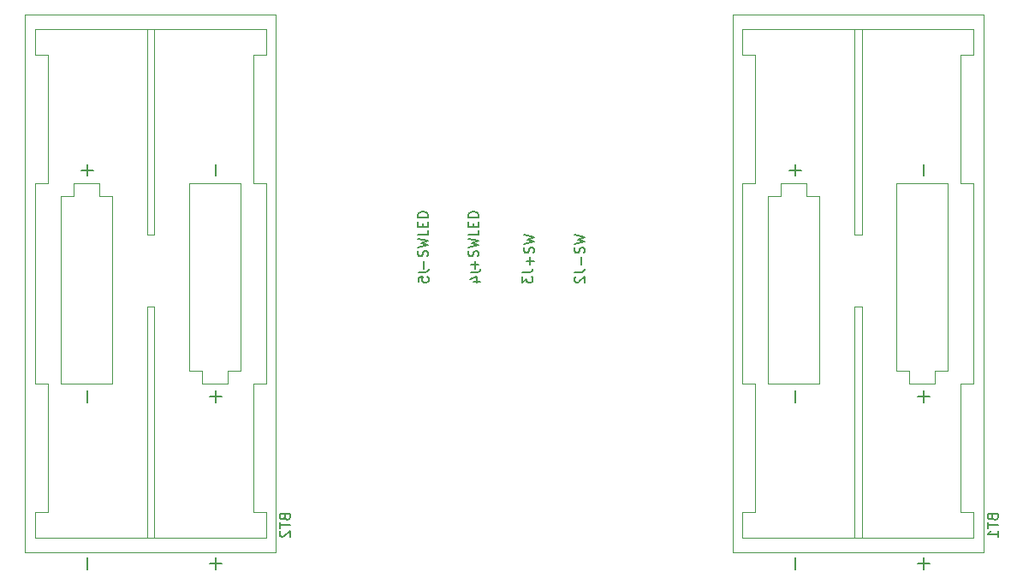
<source format=gbo>
%TF.GenerationSoftware,KiCad,Pcbnew,8.0.4*%
%TF.CreationDate,2024-09-15T11:27:26+10:00*%
%TF.ProjectId,SBRcontroller,53425263-6f6e-4747-926f-6c6c65722e6b,rev?*%
%TF.SameCoordinates,PX3d09000PY568bc30*%
%TF.FileFunction,Legend,Bot*%
%TF.FilePolarity,Positive*%
%FSLAX46Y46*%
G04 Gerber Fmt 4.6, Leading zero omitted, Abs format (unit mm)*
G04 Created by KiCad (PCBNEW 8.0.4) date 2024-09-15 11:27:26*
%MOMM*%
%LPD*%
G01*
G04 APERTURE LIST*
%ADD10C,0.150000*%
%ADD11C,0.120000*%
G04 APERTURE END LIST*
D10*
X33073866Y-9535713D02*
X33073866Y-8773809D01*
X33454819Y-9154761D02*
X32692914Y-9154761D01*
X33407200Y-8345237D02*
X33454819Y-8202380D01*
X33454819Y-8202380D02*
X33454819Y-7964285D01*
X33454819Y-7964285D02*
X33407200Y-7869047D01*
X33407200Y-7869047D02*
X33359580Y-7821428D01*
X33359580Y-7821428D02*
X33264342Y-7773809D01*
X33264342Y-7773809D02*
X33169104Y-7773809D01*
X33169104Y-7773809D02*
X33073866Y-7821428D01*
X33073866Y-7821428D02*
X33026247Y-7869047D01*
X33026247Y-7869047D02*
X32978628Y-7964285D01*
X32978628Y-7964285D02*
X32931009Y-8154761D01*
X32931009Y-8154761D02*
X32883390Y-8249999D01*
X32883390Y-8249999D02*
X32835771Y-8297618D01*
X32835771Y-8297618D02*
X32740533Y-8345237D01*
X32740533Y-8345237D02*
X32645295Y-8345237D01*
X32645295Y-8345237D02*
X32550057Y-8297618D01*
X32550057Y-8297618D02*
X32502438Y-8249999D01*
X32502438Y-8249999D02*
X32454819Y-8154761D01*
X32454819Y-8154761D02*
X32454819Y-7916666D01*
X32454819Y-7916666D02*
X32502438Y-7773809D01*
X32454819Y-7440475D02*
X33454819Y-7202380D01*
X33454819Y-7202380D02*
X32740533Y-7011904D01*
X32740533Y-7011904D02*
X33454819Y-6821428D01*
X33454819Y-6821428D02*
X32454819Y-6583333D01*
X33454819Y-5726190D02*
X33454819Y-6202380D01*
X33454819Y-6202380D02*
X32454819Y-6202380D01*
X32931009Y-5392856D02*
X32931009Y-5059523D01*
X33454819Y-4916666D02*
X33454819Y-5392856D01*
X33454819Y-5392856D02*
X32454819Y-5392856D01*
X32454819Y-5392856D02*
X32454819Y-4916666D01*
X33454819Y-4488094D02*
X32454819Y-4488094D01*
X32454819Y-4488094D02*
X32454819Y-4249999D01*
X32454819Y-4249999D02*
X32502438Y-4107142D01*
X32502438Y-4107142D02*
X32597676Y-4011904D01*
X32597676Y-4011904D02*
X32692914Y-3964285D01*
X32692914Y-3964285D02*
X32883390Y-3916666D01*
X32883390Y-3916666D02*
X33026247Y-3916666D01*
X33026247Y-3916666D02*
X33216723Y-3964285D01*
X33216723Y-3964285D02*
X33311961Y-4011904D01*
X33311961Y-4011904D02*
X33407200Y-4107142D01*
X33407200Y-4107142D02*
X33454819Y-4249999D01*
X33454819Y-4249999D02*
X33454819Y-4488094D01*
X43573866Y-9178570D02*
X43573866Y-8416666D01*
X43907200Y-7988094D02*
X43954819Y-7845237D01*
X43954819Y-7845237D02*
X43954819Y-7607142D01*
X43954819Y-7607142D02*
X43907200Y-7511904D01*
X43907200Y-7511904D02*
X43859580Y-7464285D01*
X43859580Y-7464285D02*
X43764342Y-7416666D01*
X43764342Y-7416666D02*
X43669104Y-7416666D01*
X43669104Y-7416666D02*
X43573866Y-7464285D01*
X43573866Y-7464285D02*
X43526247Y-7511904D01*
X43526247Y-7511904D02*
X43478628Y-7607142D01*
X43478628Y-7607142D02*
X43431009Y-7797618D01*
X43431009Y-7797618D02*
X43383390Y-7892856D01*
X43383390Y-7892856D02*
X43335771Y-7940475D01*
X43335771Y-7940475D02*
X43240533Y-7988094D01*
X43240533Y-7988094D02*
X43145295Y-7988094D01*
X43145295Y-7988094D02*
X43050057Y-7940475D01*
X43050057Y-7940475D02*
X43002438Y-7892856D01*
X43002438Y-7892856D02*
X42954819Y-7797618D01*
X42954819Y-7797618D02*
X42954819Y-7559523D01*
X42954819Y-7559523D02*
X43002438Y-7416666D01*
X42954819Y-7083332D02*
X43954819Y-6845237D01*
X43954819Y-6845237D02*
X43240533Y-6654761D01*
X43240533Y-6654761D02*
X43954819Y-6464285D01*
X43954819Y-6464285D02*
X42954819Y-6226190D01*
X28073866Y-9535713D02*
X28073866Y-8773809D01*
X28407200Y-8345237D02*
X28454819Y-8202380D01*
X28454819Y-8202380D02*
X28454819Y-7964285D01*
X28454819Y-7964285D02*
X28407200Y-7869047D01*
X28407200Y-7869047D02*
X28359580Y-7821428D01*
X28359580Y-7821428D02*
X28264342Y-7773809D01*
X28264342Y-7773809D02*
X28169104Y-7773809D01*
X28169104Y-7773809D02*
X28073866Y-7821428D01*
X28073866Y-7821428D02*
X28026247Y-7869047D01*
X28026247Y-7869047D02*
X27978628Y-7964285D01*
X27978628Y-7964285D02*
X27931009Y-8154761D01*
X27931009Y-8154761D02*
X27883390Y-8249999D01*
X27883390Y-8249999D02*
X27835771Y-8297618D01*
X27835771Y-8297618D02*
X27740533Y-8345237D01*
X27740533Y-8345237D02*
X27645295Y-8345237D01*
X27645295Y-8345237D02*
X27550057Y-8297618D01*
X27550057Y-8297618D02*
X27502438Y-8249999D01*
X27502438Y-8249999D02*
X27454819Y-8154761D01*
X27454819Y-8154761D02*
X27454819Y-7916666D01*
X27454819Y-7916666D02*
X27502438Y-7773809D01*
X27454819Y-7440475D02*
X28454819Y-7202380D01*
X28454819Y-7202380D02*
X27740533Y-7011904D01*
X27740533Y-7011904D02*
X28454819Y-6821428D01*
X28454819Y-6821428D02*
X27454819Y-6583333D01*
X28454819Y-5726190D02*
X28454819Y-6202380D01*
X28454819Y-6202380D02*
X27454819Y-6202380D01*
X27931009Y-5392856D02*
X27931009Y-5059523D01*
X28454819Y-4916666D02*
X28454819Y-5392856D01*
X28454819Y-5392856D02*
X27454819Y-5392856D01*
X27454819Y-5392856D02*
X27454819Y-4916666D01*
X28454819Y-4488094D02*
X27454819Y-4488094D01*
X27454819Y-4488094D02*
X27454819Y-4249999D01*
X27454819Y-4249999D02*
X27502438Y-4107142D01*
X27502438Y-4107142D02*
X27597676Y-4011904D01*
X27597676Y-4011904D02*
X27692914Y-3964285D01*
X27692914Y-3964285D02*
X27883390Y-3916666D01*
X27883390Y-3916666D02*
X28026247Y-3916666D01*
X28026247Y-3916666D02*
X28216723Y-3964285D01*
X28216723Y-3964285D02*
X28311961Y-4011904D01*
X28311961Y-4011904D02*
X28407200Y-4107142D01*
X28407200Y-4107142D02*
X28454819Y-4249999D01*
X28454819Y-4249999D02*
X28454819Y-4488094D01*
X38573866Y-9178570D02*
X38573866Y-8416666D01*
X38954819Y-8797618D02*
X38192914Y-8797618D01*
X38907200Y-7988094D02*
X38954819Y-7845237D01*
X38954819Y-7845237D02*
X38954819Y-7607142D01*
X38954819Y-7607142D02*
X38907200Y-7511904D01*
X38907200Y-7511904D02*
X38859580Y-7464285D01*
X38859580Y-7464285D02*
X38764342Y-7416666D01*
X38764342Y-7416666D02*
X38669104Y-7416666D01*
X38669104Y-7416666D02*
X38573866Y-7464285D01*
X38573866Y-7464285D02*
X38526247Y-7511904D01*
X38526247Y-7511904D02*
X38478628Y-7607142D01*
X38478628Y-7607142D02*
X38431009Y-7797618D01*
X38431009Y-7797618D02*
X38383390Y-7892856D01*
X38383390Y-7892856D02*
X38335771Y-7940475D01*
X38335771Y-7940475D02*
X38240533Y-7988094D01*
X38240533Y-7988094D02*
X38145295Y-7988094D01*
X38145295Y-7988094D02*
X38050057Y-7940475D01*
X38050057Y-7940475D02*
X38002438Y-7892856D01*
X38002438Y-7892856D02*
X37954819Y-7797618D01*
X37954819Y-7797618D02*
X37954819Y-7559523D01*
X37954819Y-7559523D02*
X38002438Y-7416666D01*
X37954819Y-7083332D02*
X38954819Y-6845237D01*
X38954819Y-6845237D02*
X38240533Y-6654761D01*
X38240533Y-6654761D02*
X38954819Y-6464285D01*
X38954819Y-6464285D02*
X37954819Y-6226190D01*
X32654819Y-9916666D02*
X33369104Y-9916666D01*
X33369104Y-9916666D02*
X33511961Y-9869047D01*
X33511961Y-9869047D02*
X33607200Y-9773809D01*
X33607200Y-9773809D02*
X33654819Y-9630952D01*
X33654819Y-9630952D02*
X33654819Y-9535714D01*
X32988152Y-10821428D02*
X33654819Y-10821428D01*
X32607200Y-10583333D02*
X33321485Y-10345238D01*
X33321485Y-10345238D02*
X33321485Y-10964285D01*
X37804819Y-9916666D02*
X38519104Y-9916666D01*
X38519104Y-9916666D02*
X38661961Y-9869047D01*
X38661961Y-9869047D02*
X38757200Y-9773809D01*
X38757200Y-9773809D02*
X38804819Y-9630952D01*
X38804819Y-9630952D02*
X38804819Y-9535714D01*
X37804819Y-10297619D02*
X37804819Y-10916666D01*
X37804819Y-10916666D02*
X38185771Y-10583333D01*
X38185771Y-10583333D02*
X38185771Y-10726190D01*
X38185771Y-10726190D02*
X38233390Y-10821428D01*
X38233390Y-10821428D02*
X38281009Y-10869047D01*
X38281009Y-10869047D02*
X38376247Y-10916666D01*
X38376247Y-10916666D02*
X38614342Y-10916666D01*
X38614342Y-10916666D02*
X38709580Y-10869047D01*
X38709580Y-10869047D02*
X38757200Y-10821428D01*
X38757200Y-10821428D02*
X38804819Y-10726190D01*
X38804819Y-10726190D02*
X38804819Y-10440476D01*
X38804819Y-10440476D02*
X38757200Y-10345238D01*
X38757200Y-10345238D02*
X38709580Y-10297619D01*
X27504819Y-9916666D02*
X28219104Y-9916666D01*
X28219104Y-9916666D02*
X28361961Y-9869047D01*
X28361961Y-9869047D02*
X28457200Y-9773809D01*
X28457200Y-9773809D02*
X28504819Y-9630952D01*
X28504819Y-9630952D02*
X28504819Y-9535714D01*
X27504819Y-10869047D02*
X27504819Y-10392857D01*
X27504819Y-10392857D02*
X27981009Y-10345238D01*
X27981009Y-10345238D02*
X27933390Y-10392857D01*
X27933390Y-10392857D02*
X27885771Y-10488095D01*
X27885771Y-10488095D02*
X27885771Y-10726190D01*
X27885771Y-10726190D02*
X27933390Y-10821428D01*
X27933390Y-10821428D02*
X27981009Y-10869047D01*
X27981009Y-10869047D02*
X28076247Y-10916666D01*
X28076247Y-10916666D02*
X28314342Y-10916666D01*
X28314342Y-10916666D02*
X28409580Y-10869047D01*
X28409580Y-10869047D02*
X28457200Y-10821428D01*
X28457200Y-10821428D02*
X28504819Y-10726190D01*
X28504819Y-10726190D02*
X28504819Y-10488095D01*
X28504819Y-10488095D02*
X28457200Y-10392857D01*
X28457200Y-10392857D02*
X28409580Y-10345238D01*
X14281009Y-34114285D02*
X14328628Y-34257142D01*
X14328628Y-34257142D02*
X14376247Y-34304761D01*
X14376247Y-34304761D02*
X14471485Y-34352380D01*
X14471485Y-34352380D02*
X14614342Y-34352380D01*
X14614342Y-34352380D02*
X14709580Y-34304761D01*
X14709580Y-34304761D02*
X14757200Y-34257142D01*
X14757200Y-34257142D02*
X14804819Y-34161904D01*
X14804819Y-34161904D02*
X14804819Y-33780952D01*
X14804819Y-33780952D02*
X13804819Y-33780952D01*
X13804819Y-33780952D02*
X13804819Y-34114285D01*
X13804819Y-34114285D02*
X13852438Y-34209523D01*
X13852438Y-34209523D02*
X13900057Y-34257142D01*
X13900057Y-34257142D02*
X13995295Y-34304761D01*
X13995295Y-34304761D02*
X14090533Y-34304761D01*
X14090533Y-34304761D02*
X14185771Y-34257142D01*
X14185771Y-34257142D02*
X14233390Y-34209523D01*
X14233390Y-34209523D02*
X14281009Y-34114285D01*
X14281009Y-34114285D02*
X14281009Y-33780952D01*
X13804819Y-34638095D02*
X13804819Y-35209523D01*
X14804819Y-34923809D02*
X13804819Y-34923809D01*
X13900057Y-35495238D02*
X13852438Y-35542857D01*
X13852438Y-35542857D02*
X13804819Y-35638095D01*
X13804819Y-35638095D02*
X13804819Y-35876190D01*
X13804819Y-35876190D02*
X13852438Y-35971428D01*
X13852438Y-35971428D02*
X13900057Y-36019047D01*
X13900057Y-36019047D02*
X13995295Y-36066666D01*
X13995295Y-36066666D02*
X14090533Y-36066666D01*
X14090533Y-36066666D02*
X14233390Y-36019047D01*
X14233390Y-36019047D02*
X14804819Y-35447619D01*
X14804819Y-35447619D02*
X14804819Y-36066666D01*
X7464700Y771429D02*
X7464700Y-371429D01*
X-5235300Y-21628571D02*
X-5235300Y-22771429D01*
X-5235300Y-38138571D02*
X-5235300Y-39281429D01*
X-5235300Y771429D02*
X-5235300Y-371429D01*
X-4663872Y200000D02*
X-5806729Y200000D01*
X7464700Y-21628571D02*
X7464700Y-22771429D01*
X8036128Y-22200000D02*
X6893271Y-22200000D01*
X7464700Y-38138571D02*
X7464700Y-39281429D01*
X8036128Y-38710000D02*
X6893271Y-38710000D01*
X84281009Y-34114285D02*
X84328628Y-34257142D01*
X84328628Y-34257142D02*
X84376247Y-34304761D01*
X84376247Y-34304761D02*
X84471485Y-34352380D01*
X84471485Y-34352380D02*
X84614342Y-34352380D01*
X84614342Y-34352380D02*
X84709580Y-34304761D01*
X84709580Y-34304761D02*
X84757200Y-34257142D01*
X84757200Y-34257142D02*
X84804819Y-34161904D01*
X84804819Y-34161904D02*
X84804819Y-33780952D01*
X84804819Y-33780952D02*
X83804819Y-33780952D01*
X83804819Y-33780952D02*
X83804819Y-34114285D01*
X83804819Y-34114285D02*
X83852438Y-34209523D01*
X83852438Y-34209523D02*
X83900057Y-34257142D01*
X83900057Y-34257142D02*
X83995295Y-34304761D01*
X83995295Y-34304761D02*
X84090533Y-34304761D01*
X84090533Y-34304761D02*
X84185771Y-34257142D01*
X84185771Y-34257142D02*
X84233390Y-34209523D01*
X84233390Y-34209523D02*
X84281009Y-34114285D01*
X84281009Y-34114285D02*
X84281009Y-33780952D01*
X83804819Y-34638095D02*
X83804819Y-35209523D01*
X84804819Y-34923809D02*
X83804819Y-34923809D01*
X84804819Y-36066666D02*
X84804819Y-35495238D01*
X84804819Y-35780952D02*
X83804819Y-35780952D01*
X83804819Y-35780952D02*
X83947676Y-35685714D01*
X83947676Y-35685714D02*
X84042914Y-35590476D01*
X84042914Y-35590476D02*
X84090533Y-35495238D01*
X77464700Y771429D02*
X77464700Y-371429D01*
X77464700Y-21628571D02*
X77464700Y-22771429D01*
X78036128Y-22200000D02*
X76893271Y-22200000D01*
X64764700Y-38138571D02*
X64764700Y-39281429D01*
X64764700Y771429D02*
X64764700Y-371429D01*
X65336128Y200000D02*
X64193271Y200000D01*
X64764700Y-21628571D02*
X64764700Y-22771429D01*
X77464700Y-38138571D02*
X77464700Y-39281429D01*
X78036128Y-38710000D02*
X76893271Y-38710000D01*
X42954819Y-9916666D02*
X43669104Y-9916666D01*
X43669104Y-9916666D02*
X43811961Y-9869047D01*
X43811961Y-9869047D02*
X43907200Y-9773809D01*
X43907200Y-9773809D02*
X43954819Y-9630952D01*
X43954819Y-9630952D02*
X43954819Y-9535714D01*
X43050057Y-10345238D02*
X43002438Y-10392857D01*
X43002438Y-10392857D02*
X42954819Y-10488095D01*
X42954819Y-10488095D02*
X42954819Y-10726190D01*
X42954819Y-10726190D02*
X43002438Y-10821428D01*
X43002438Y-10821428D02*
X43050057Y-10869047D01*
X43050057Y-10869047D02*
X43145295Y-10916666D01*
X43145295Y-10916666D02*
X43240533Y-10916666D01*
X43240533Y-10916666D02*
X43383390Y-10869047D01*
X43383390Y-10869047D02*
X43954819Y-10297619D01*
X43954819Y-10297619D02*
X43954819Y-10916666D01*
D11*
%TO.C,BT2*%
X13405000Y-37600000D02*
X13405000Y15600000D01*
X13400000Y15600000D02*
X-11400000Y15600000D01*
X12430000Y-36170000D02*
X12430000Y-33630000D01*
X12430000Y-33630000D02*
X11160000Y-33630000D01*
X12430000Y-20930000D02*
X12430000Y-1070000D01*
X12430000Y-1070000D02*
X11160000Y-1070000D01*
X12430000Y11630000D02*
X12430000Y14170000D01*
X11160000Y-20930000D02*
X12430000Y-20930000D01*
X11160000Y-20930000D02*
X11160000Y-33630000D01*
X11160000Y-1070000D02*
X11160000Y11630000D01*
X11160000Y11630000D02*
X12430000Y11630000D01*
X9890000Y-19660000D02*
X8620000Y-19660000D01*
X9890000Y-1070000D02*
X9890000Y-19660000D01*
X8620000Y-20930000D02*
X6080000Y-20930000D01*
X8620000Y-19660000D02*
X8620000Y-20930000D01*
X6080000Y-20930000D02*
X6080000Y-19660000D01*
X6080000Y-19660000D02*
X4810000Y-19660000D01*
X4810000Y-19660000D02*
X4810000Y-1070000D01*
X4810000Y-1070000D02*
X9890000Y-1070000D01*
X1350000Y-13310000D02*
X1350000Y-36170000D01*
X1350000Y-6150000D02*
X1350000Y14170000D01*
X650000Y-36170000D02*
X650000Y-13310000D01*
X650000Y-13310000D02*
X1350000Y-13310000D01*
X650000Y-6150000D02*
X1350000Y-6150000D01*
X650000Y14170000D02*
X650000Y-6150000D01*
X-2810000Y-20930000D02*
X-7890000Y-20930000D01*
X-2810000Y-2340000D02*
X-2810000Y-20930000D01*
X-4080000Y-2340000D02*
X-2810000Y-2340000D01*
X-4080000Y-1070000D02*
X-4080000Y-2340000D01*
X-6620000Y-2340000D02*
X-6620000Y-1070000D01*
X-6620000Y-1070000D02*
X-4080000Y-1070000D01*
X-7890000Y-20930000D02*
X-7890000Y-2340000D01*
X-7890000Y-2340000D02*
X-6620000Y-2340000D01*
X-9160000Y-33630000D02*
X-10430000Y-33630000D01*
X-9160000Y-20930000D02*
X-9160000Y-33630000D01*
X-9160000Y-1070000D02*
X-9160000Y11630000D01*
X-9160000Y-1070000D02*
X-10430000Y-1070000D01*
X-9160000Y11630000D02*
X-10430000Y11630000D01*
X-10430000Y-36170000D02*
X12430000Y-36170000D01*
X-10430000Y-33630000D02*
X-10430000Y-36170000D01*
X-10430000Y-20930000D02*
X-9160000Y-20930000D01*
X-10430000Y-1070000D02*
X-10430000Y-20930000D01*
X-10430000Y11630000D02*
X-10430000Y14170000D01*
X-10430000Y14170000D02*
X12430000Y14170000D01*
X-11400000Y-37600000D02*
X13400000Y-37600000D01*
X-11405000Y15600000D02*
X-11405000Y-37600000D01*
%TO.C,BT1*%
X58595000Y15600000D02*
X58595000Y-37600000D01*
X58600000Y-37600000D02*
X83400000Y-37600000D01*
X59570000Y14170000D02*
X82430000Y14170000D01*
X59570000Y11630000D02*
X59570000Y14170000D01*
X59570000Y-1070000D02*
X59570000Y-20930000D01*
X59570000Y-20930000D02*
X60840000Y-20930000D01*
X59570000Y-33630000D02*
X59570000Y-36170000D01*
X59570000Y-36170000D02*
X82430000Y-36170000D01*
X60840000Y11630000D02*
X59570000Y11630000D01*
X60840000Y-1070000D02*
X59570000Y-1070000D01*
X60840000Y-1070000D02*
X60840000Y11630000D01*
X60840000Y-20930000D02*
X60840000Y-33630000D01*
X60840000Y-33630000D02*
X59570000Y-33630000D01*
X62110000Y-2340000D02*
X63380000Y-2340000D01*
X62110000Y-20930000D02*
X62110000Y-2340000D01*
X63380000Y-1070000D02*
X65920000Y-1070000D01*
X63380000Y-2340000D02*
X63380000Y-1070000D01*
X65920000Y-1070000D02*
X65920000Y-2340000D01*
X65920000Y-2340000D02*
X67190000Y-2340000D01*
X67190000Y-2340000D02*
X67190000Y-20930000D01*
X67190000Y-20930000D02*
X62110000Y-20930000D01*
X70650000Y14170000D02*
X70650000Y-6150000D01*
X70650000Y-6150000D02*
X71350000Y-6150000D01*
X70650000Y-13310000D02*
X71350000Y-13310000D01*
X70650000Y-36170000D02*
X70650000Y-13310000D01*
X71350000Y-6150000D02*
X71350000Y14170000D01*
X71350000Y-13310000D02*
X71350000Y-36170000D01*
X74810000Y-1070000D02*
X79890000Y-1070000D01*
X74810000Y-19660000D02*
X74810000Y-1070000D01*
X76080000Y-19660000D02*
X74810000Y-19660000D01*
X76080000Y-20930000D02*
X76080000Y-19660000D01*
X78620000Y-19660000D02*
X78620000Y-20930000D01*
X78620000Y-20930000D02*
X76080000Y-20930000D01*
X79890000Y-1070000D02*
X79890000Y-19660000D01*
X79890000Y-19660000D02*
X78620000Y-19660000D01*
X81160000Y11630000D02*
X82430000Y11630000D01*
X81160000Y-1070000D02*
X81160000Y11630000D01*
X81160000Y-20930000D02*
X81160000Y-33630000D01*
X81160000Y-20930000D02*
X82430000Y-20930000D01*
X82430000Y11630000D02*
X82430000Y14170000D01*
X82430000Y-1070000D02*
X81160000Y-1070000D01*
X82430000Y-20930000D02*
X82430000Y-1070000D01*
X82430000Y-33630000D02*
X81160000Y-33630000D01*
X82430000Y-36170000D02*
X82430000Y-33630000D01*
X83400000Y15600000D02*
X58600000Y15600000D01*
X83405000Y-37600000D02*
X83405000Y15600000D01*
%TD*%
M02*

</source>
